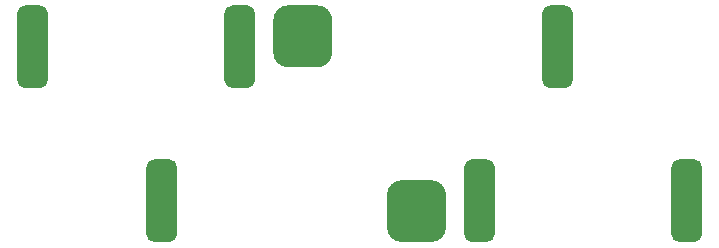
<source format=gtp>
%TF.GenerationSoftware,KiCad,Pcbnew,(5.1.9-0-10_14)*%
%TF.CreationDate,2022-02-18T16:21:06-06:00*%
%TF.ProjectId,OwlSat_Z_Panel,4f776c53-6174-45f5-9a5f-50616e656c2e,rev?*%
%TF.SameCoordinates,Original*%
%TF.FileFunction,Paste,Top*%
%TF.FilePolarity,Positive*%
%FSLAX46Y46*%
G04 Gerber Fmt 4.6, Leading zero omitted, Abs format (unit mm)*
G04 Created by KiCad (PCBNEW (5.1.9-0-10_14)) date 2022-02-18 16:21:06*
%MOMM*%
%LPD*%
G01*
G04 APERTURE LIST*
G04 APERTURE END LIST*
%TO.C,U1*%
G36*
G01*
X123230000Y-72800000D02*
X123230000Y-78500000D01*
G75*
G02*
X122580000Y-79150000I-650000J0D01*
G01*
X121280000Y-79150000D01*
G75*
G02*
X120630000Y-78500000I0J650000D01*
G01*
X120630000Y-72800000D01*
G75*
G02*
X121280000Y-72150000I650000J0D01*
G01*
X122580000Y-72150000D01*
G75*
G02*
X123230000Y-72800000I0J-650000D01*
G01*
G37*
G36*
G01*
X140780000Y-72800000D02*
X140780000Y-78500000D01*
G75*
G02*
X140130000Y-79150000I-650000J0D01*
G01*
X138830000Y-79150000D01*
G75*
G02*
X138180000Y-78500000I0J650000D01*
G01*
X138180000Y-72800000D01*
G75*
G02*
X138830000Y-72150000I650000J0D01*
G01*
X140130000Y-72150000D01*
G75*
G02*
X140780000Y-72800000I0J-650000D01*
G01*
G37*
G36*
G01*
X147310000Y-73395000D02*
X147310000Y-76145000D01*
G75*
G02*
X146060000Y-77395000I-1250000J0D01*
G01*
X143560000Y-77395000D01*
G75*
G02*
X142310000Y-76145000I0J1250000D01*
G01*
X142310000Y-73395000D01*
G75*
G02*
X143560000Y-72145000I1250000J0D01*
G01*
X146060000Y-72145000D01*
G75*
G02*
X147310000Y-73395000I0J-1250000D01*
G01*
G37*
G36*
G01*
X167680000Y-72800000D02*
X167680000Y-78500000D01*
G75*
G02*
X167030000Y-79150000I-650000J0D01*
G01*
X165730000Y-79150000D01*
G75*
G02*
X165080000Y-78500000I0J650000D01*
G01*
X165080000Y-72800000D01*
G75*
G02*
X165730000Y-72150000I650000J0D01*
G01*
X167030000Y-72150000D01*
G75*
G02*
X167680000Y-72800000I0J-650000D01*
G01*
G37*
%TD*%
%TO.C,U2*%
G36*
G01*
X131570000Y-91530000D02*
X131570000Y-85830000D01*
G75*
G02*
X132220000Y-85180000I650000J0D01*
G01*
X133520000Y-85180000D01*
G75*
G02*
X134170000Y-85830000I0J-650000D01*
G01*
X134170000Y-91530000D01*
G75*
G02*
X133520000Y-92180000I-650000J0D01*
G01*
X132220000Y-92180000D01*
G75*
G02*
X131570000Y-91530000I0J650000D01*
G01*
G37*
G36*
G01*
X151940000Y-90935000D02*
X151940000Y-88185000D01*
G75*
G02*
X153190000Y-86935000I1250000J0D01*
G01*
X155690000Y-86935000D01*
G75*
G02*
X156940000Y-88185000I0J-1250000D01*
G01*
X156940000Y-90935000D01*
G75*
G02*
X155690000Y-92185000I-1250000J0D01*
G01*
X153190000Y-92185000D01*
G75*
G02*
X151940000Y-90935000I0J1250000D01*
G01*
G37*
G36*
G01*
X158470000Y-91530000D02*
X158470000Y-85830000D01*
G75*
G02*
X159120000Y-85180000I650000J0D01*
G01*
X160420000Y-85180000D01*
G75*
G02*
X161070000Y-85830000I0J-650000D01*
G01*
X161070000Y-91530000D01*
G75*
G02*
X160420000Y-92180000I-650000J0D01*
G01*
X159120000Y-92180000D01*
G75*
G02*
X158470000Y-91530000I0J650000D01*
G01*
G37*
G36*
G01*
X176020000Y-91530000D02*
X176020000Y-85830000D01*
G75*
G02*
X176670000Y-85180000I650000J0D01*
G01*
X177970000Y-85180000D01*
G75*
G02*
X178620000Y-85830000I0J-650000D01*
G01*
X178620000Y-91530000D01*
G75*
G02*
X177970000Y-92180000I-650000J0D01*
G01*
X176670000Y-92180000D01*
G75*
G02*
X176020000Y-91530000I0J650000D01*
G01*
G37*
%TD*%
M02*

</source>
